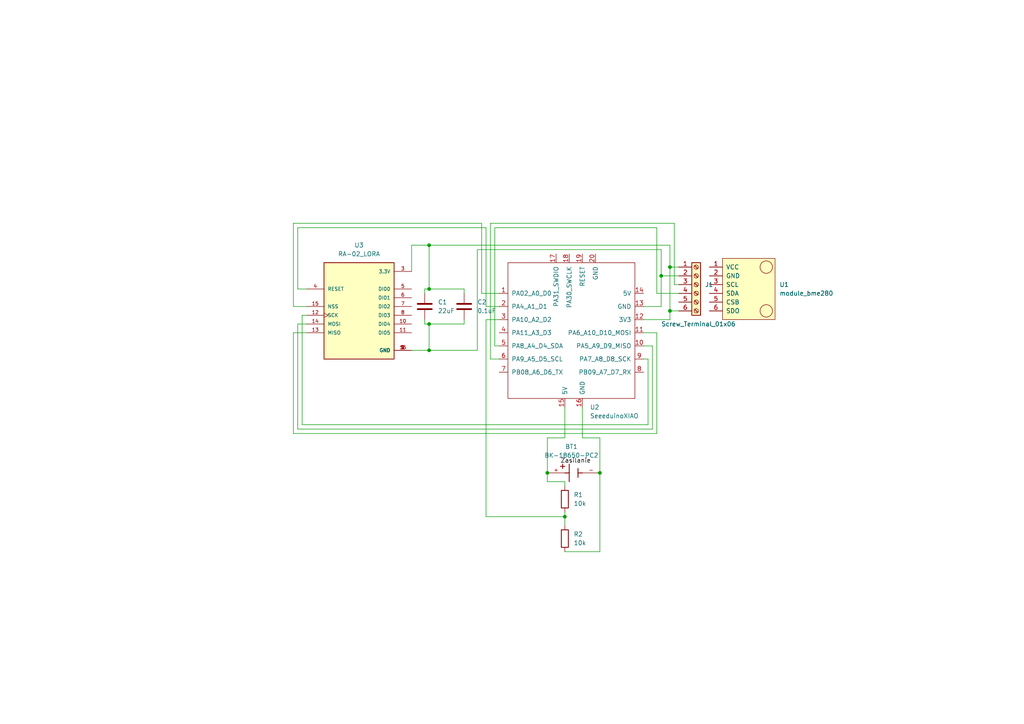
<source format=kicad_sch>
(kicad_sch (version 20230121) (generator eeschema)

  (uuid e5c2ed99-ec94-4e13-8a3f-11ab0b53aa42)

  (paper "A4")

  (lib_symbols
    (symbol "BK-18650-PC2:BK-18650-PC2" (pin_names (offset 1.016)) (in_bom yes) (on_board yes)
      (property "Reference" "BT" (at -3.81 3.81 0)
        (effects (font (size 1.27 1.27)) (justify left bottom))
      )
      (property "Value" "BK-18650-PC2" (at -3.81 -5.08 0)
        (effects (font (size 1.27 1.27)) (justify left bottom))
      )
      (property "Footprint" "BK-18650-PC2:BAT_BK-18650-PC2" (at 0 0 0)
        (effects (font (size 1.27 1.27)) (justify bottom) hide)
      )
      (property "Datasheet" "" (at 0 0 0)
        (effects (font (size 1.27 1.27)) hide)
      )
      (property "MF" "MPD (Memory Protection Devices)" (at 0 0 0)
        (effects (font (size 1.27 1.27)) (justify bottom) hide)
      )
      (property "MAXIMUM_PACKAGE_HEIGHT" "21.41 mm" (at 0 0 0)
        (effects (font (size 1.27 1.27)) (justify bottom) hide)
      )
      (property "Package" "None" (at 0 0 0)
        (effects (font (size 1.27 1.27)) (justify bottom) hide)
      )
      (property "Price" "None" (at 0 0 0)
        (effects (font (size 1.27 1.27)) (justify bottom) hide)
      )
      (property "Check_prices" "https://www.snapeda.com/parts/BK-18650-PC2/Memory+Protection+Devices/view-part/?ref=eda" (at 0 0 0)
        (effects (font (size 1.27 1.27)) (justify bottom) hide)
      )
      (property "STANDARD" "Manufacturer Recommendations" (at 0 0 0)
        (effects (font (size 1.27 1.27)) (justify bottom) hide)
      )
      (property "PARTREV" "F" (at 0 0 0)
        (effects (font (size 1.27 1.27)) (justify bottom) hide)
      )
      (property "SnapEDA_Link" "https://www.snapeda.com/parts/BK-18650-PC2/Memory+Protection+Devices/view-part/?ref=snap" (at 0 0 0)
        (effects (font (size 1.27 1.27)) (justify bottom) hide)
      )
      (property "MP" "BK-18650-PC2" (at 0 0 0)
        (effects (font (size 1.27 1.27)) (justify bottom) hide)
      )
      (property "Description" "\nBattery Holder (Open) 18650 1 Cell PC Pin\n" (at 0 0 0)
        (effects (font (size 1.27 1.27)) (justify bottom) hide)
      )
      (property "Availability" "In Stock" (at 0 0 0)
        (effects (font (size 1.27 1.27)) (justify bottom) hide)
      )
      (property "MANUFACTURER" "MPD" (at 0 0 0)
        (effects (font (size 1.27 1.27)) (justify bottom) hide)
      )
      (symbol "BK-18650-PC2_0_0"
        (polyline
          (pts
            (xy -3.81 1.905)
            (xy -2.54 1.905)
          )
          (stroke (width 0.254) (type default))
          (fill (type none))
        )
        (polyline
          (pts
            (xy -3.175 2.54)
            (xy -3.175 1.27)
          )
          (stroke (width 0.254) (type default))
          (fill (type none))
        )
        (polyline
          (pts
            (xy -1.27 0)
            (xy -2.54 0)
          )
          (stroke (width 0.254) (type default))
          (fill (type none))
        )
        (polyline
          (pts
            (xy -1.27 0)
            (xy -1.27 -2.54)
          )
          (stroke (width 0.254) (type default))
          (fill (type none))
        )
        (polyline
          (pts
            (xy -1.27 2.54)
            (xy -1.27 0)
          )
          (stroke (width 0.254) (type default))
          (fill (type none))
        )
        (polyline
          (pts
            (xy 1.27 0)
            (xy 1.27 -1.27)
          )
          (stroke (width 0.254) (type default))
          (fill (type none))
        )
        (polyline
          (pts
            (xy 1.27 0)
            (xy 2.54 0)
          )
          (stroke (width 0.254) (type default))
          (fill (type none))
        )
        (polyline
          (pts
            (xy 1.27 1.27)
            (xy 1.27 0)
          )
          (stroke (width 0.254) (type default))
          (fill (type none))
        )
        (pin passive line (at -7.62 0 0) (length 5.08)
          (name "~" (effects (font (size 1.016 1.016))))
          (number "+" (effects (font (size 1.016 1.016))))
        )
        (pin passive line (at 7.62 0 180) (length 5.08)
          (name "~" (effects (font (size 1.016 1.016))))
          (number "-" (effects (font (size 1.016 1.016))))
        )
      )
    )
    (symbol "Connector:Screw_Terminal_01x06" (pin_names (offset 1.016) hide) (in_bom yes) (on_board yes)
      (property "Reference" "J" (at 0 7.62 0)
        (effects (font (size 1.27 1.27)))
      )
      (property "Value" "Screw_Terminal_01x06" (at 0 -10.16 0)
        (effects (font (size 1.27 1.27)))
      )
      (property "Footprint" "" (at 0 0 0)
        (effects (font (size 1.27 1.27)) hide)
      )
      (property "Datasheet" "~" (at 0 0 0)
        (effects (font (size 1.27 1.27)) hide)
      )
      (property "ki_keywords" "screw terminal" (at 0 0 0)
        (effects (font (size 1.27 1.27)) hide)
      )
      (property "ki_description" "Generic screw terminal, single row, 01x06, script generated (kicad-library-utils/schlib/autogen/connector/)" (at 0 0 0)
        (effects (font (size 1.27 1.27)) hide)
      )
      (property "ki_fp_filters" "TerminalBlock*:*" (at 0 0 0)
        (effects (font (size 1.27 1.27)) hide)
      )
      (symbol "Screw_Terminal_01x06_1_1"
        (rectangle (start -1.27 6.35) (end 1.27 -8.89)
          (stroke (width 0.254) (type default))
          (fill (type background))
        )
        (circle (center 0 -7.62) (radius 0.635)
          (stroke (width 0.1524) (type default))
          (fill (type none))
        )
        (circle (center 0 -5.08) (radius 0.635)
          (stroke (width 0.1524) (type default))
          (fill (type none))
        )
        (circle (center 0 -2.54) (radius 0.635)
          (stroke (width 0.1524) (type default))
          (fill (type none))
        )
        (polyline
          (pts
            (xy -0.5334 -7.2898)
            (xy 0.3302 -8.128)
          )
          (stroke (width 0.1524) (type default))
          (fill (type none))
        )
        (polyline
          (pts
            (xy -0.5334 -4.7498)
            (xy 0.3302 -5.588)
          )
          (stroke (width 0.1524) (type default))
          (fill (type none))
        )
        (polyline
          (pts
            (xy -0.5334 -2.2098)
            (xy 0.3302 -3.048)
          )
          (stroke (width 0.1524) (type default))
          (fill (type none))
        )
        (polyline
          (pts
            (xy -0.5334 0.3302)
            (xy 0.3302 -0.508)
          )
          (stroke (width 0.1524) (type default))
          (fill (type none))
        )
        (polyline
          (pts
            (xy -0.5334 2.8702)
            (xy 0.3302 2.032)
          )
          (stroke (width 0.1524) (type default))
          (fill (type none))
        )
        (polyline
          (pts
            (xy -0.5334 5.4102)
            (xy 0.3302 4.572)
          )
          (stroke (width 0.1524) (type default))
          (fill (type none))
        )
        (polyline
          (pts
            (xy -0.3556 -7.112)
            (xy 0.508 -7.9502)
          )
          (stroke (width 0.1524) (type default))
          (fill (type none))
        )
        (polyline
          (pts
            (xy -0.3556 -4.572)
            (xy 0.508 -5.4102)
          )
          (stroke (width 0.1524) (type default))
          (fill (type none))
        )
        (polyline
          (pts
            (xy -0.3556 -2.032)
            (xy 0.508 -2.8702)
          )
          (stroke (width 0.1524) (type default))
          (fill (type none))
        )
        (polyline
          (pts
            (xy -0.3556 0.508)
            (xy 0.508 -0.3302)
          )
          (stroke (width 0.1524) (type default))
          (fill (type none))
        )
        (polyline
          (pts
            (xy -0.3556 3.048)
            (xy 0.508 2.2098)
          )
          (stroke (width 0.1524) (type default))
          (fill (type none))
        )
        (polyline
          (pts
            (xy -0.3556 5.588)
            (xy 0.508 4.7498)
          )
          (stroke (width 0.1524) (type default))
          (fill (type none))
        )
        (circle (center 0 0) (radius 0.635)
          (stroke (width 0.1524) (type default))
          (fill (type none))
        )
        (circle (center 0 2.54) (radius 0.635)
          (stroke (width 0.1524) (type default))
          (fill (type none))
        )
        (circle (center 0 5.08) (radius 0.635)
          (stroke (width 0.1524) (type default))
          (fill (type none))
        )
        (pin passive line (at -5.08 5.08 0) (length 3.81)
          (name "Pin_1" (effects (font (size 1.27 1.27))))
          (number "1" (effects (font (size 1.27 1.27))))
        )
        (pin passive line (at -5.08 2.54 0) (length 3.81)
          (name "Pin_2" (effects (font (size 1.27 1.27))))
          (number "2" (effects (font (size 1.27 1.27))))
        )
        (pin passive line (at -5.08 0 0) (length 3.81)
          (name "Pin_3" (effects (font (size 1.27 1.27))))
          (number "3" (effects (font (size 1.27 1.27))))
        )
        (pin passive line (at -5.08 -2.54 0) (length 3.81)
          (name "Pin_4" (effects (font (size 1.27 1.27))))
          (number "4" (effects (font (size 1.27 1.27))))
        )
        (pin passive line (at -5.08 -5.08 0) (length 3.81)
          (name "Pin_5" (effects (font (size 1.27 1.27))))
          (number "5" (effects (font (size 1.27 1.27))))
        )
        (pin passive line (at -5.08 -7.62 0) (length 3.81)
          (name "Pin_6" (effects (font (size 1.27 1.27))))
          (number "6" (effects (font (size 1.27 1.27))))
        )
      )
    )
    (symbol "Device:C" (pin_numbers hide) (pin_names (offset 0.254)) (in_bom yes) (on_board yes)
      (property "Reference" "C" (at 0.635 2.54 0)
        (effects (font (size 1.27 1.27)) (justify left))
      )
      (property "Value" "C" (at 0.635 -2.54 0)
        (effects (font (size 1.27 1.27)) (justify left))
      )
      (property "Footprint" "" (at 0.9652 -3.81 0)
        (effects (font (size 1.27 1.27)) hide)
      )
      (property "Datasheet" "~" (at 0 0 0)
        (effects (font (size 1.27 1.27)) hide)
      )
      (property "ki_keywords" "cap capacitor" (at 0 0 0)
        (effects (font (size 1.27 1.27)) hide)
      )
      (property "ki_description" "Unpolarized capacitor" (at 0 0 0)
        (effects (font (size 1.27 1.27)) hide)
      )
      (property "ki_fp_filters" "C_*" (at 0 0 0)
        (effects (font (size 1.27 1.27)) hide)
      )
      (symbol "C_0_1"
        (polyline
          (pts
            (xy -2.032 -0.762)
            (xy 2.032 -0.762)
          )
          (stroke (width 0.508) (type default))
          (fill (type none))
        )
        (polyline
          (pts
            (xy -2.032 0.762)
            (xy 2.032 0.762)
          )
          (stroke (width 0.508) (type default))
          (fill (type none))
        )
      )
      (symbol "C_1_1"
        (pin passive line (at 0 3.81 270) (length 2.794)
          (name "~" (effects (font (size 1.27 1.27))))
          (number "1" (effects (font (size 1.27 1.27))))
        )
        (pin passive line (at 0 -3.81 90) (length 2.794)
          (name "~" (effects (font (size 1.27 1.27))))
          (number "2" (effects (font (size 1.27 1.27))))
        )
      )
    )
    (symbol "Device:R" (pin_numbers hide) (pin_names (offset 0)) (in_bom yes) (on_board yes)
      (property "Reference" "R" (at 2.032 0 90)
        (effects (font (size 1.27 1.27)))
      )
      (property "Value" "R" (at 0 0 90)
        (effects (font (size 1.27 1.27)))
      )
      (property "Footprint" "" (at -1.778 0 90)
        (effects (font (size 1.27 1.27)) hide)
      )
      (property "Datasheet" "~" (at 0 0 0)
        (effects (font (size 1.27 1.27)) hide)
      )
      (property "ki_keywords" "R res resistor" (at 0 0 0)
        (effects (font (size 1.27 1.27)) hide)
      )
      (property "ki_description" "Resistor" (at 0 0 0)
        (effects (font (size 1.27 1.27)) hide)
      )
      (property "ki_fp_filters" "R_*" (at 0 0 0)
        (effects (font (size 1.27 1.27)) hide)
      )
      (symbol "R_0_1"
        (rectangle (start -1.016 -2.54) (end 1.016 2.54)
          (stroke (width 0.254) (type default))
          (fill (type none))
        )
      )
      (symbol "R_1_1"
        (pin passive line (at 0 3.81 270) (length 1.27)
          (name "~" (effects (font (size 1.27 1.27))))
          (number "1" (effects (font (size 1.27 1.27))))
        )
        (pin passive line (at 0 -3.81 90) (length 1.27)
          (name "~" (effects (font (size 1.27 1.27))))
          (number "2" (effects (font (size 1.27 1.27))))
        )
      )
    )
    (symbol "RA-02_LORA:RA-02_LORA" (pin_names (offset 1.016)) (in_bom yes) (on_board yes)
      (property "Reference" "U" (at -10.16 16.51 0)
        (effects (font (size 1.27 1.27)) (justify left bottom))
      )
      (property "Value" "RA-02_LORA" (at -10.16 -13.97 0)
        (effects (font (size 1.27 1.27)) (justify left top))
      )
      (property "Footprint" "RA-02_LORA:MODULE_RA-02_LORA" (at 0 0 0)
        (effects (font (size 1.27 1.27)) (justify bottom) hide)
      )
      (property "Datasheet" "" (at 0 0 0)
        (effects (font (size 1.27 1.27)) hide)
      )
      (property "MF" "AI-Thinker" (at 0 0 0)
        (effects (font (size 1.27 1.27)) (justify bottom) hide)
      )
      (property "MAXIMUM_PACKAGE_HEIGHT" "3.3mm" (at 0 0 0)
        (effects (font (size 1.27 1.27)) (justify bottom) hide)
      )
      (property "Package" "None" (at 0 0 0)
        (effects (font (size 1.27 1.27)) (justify bottom) hide)
      )
      (property "Price" "None" (at 0 0 0)
        (effects (font (size 1.27 1.27)) (justify bottom) hide)
      )
      (property "Check_prices" "https://www.snapeda.com/parts/Ra-02%20LoRa/AI-Thinker/view-part/?ref=eda" (at 0 0 0)
        (effects (font (size 1.27 1.27)) (justify bottom) hide)
      )
      (property "STANDARD" "Manufacturer Recommendations" (at 0 0 0)
        (effects (font (size 1.27 1.27)) (justify bottom) hide)
      )
      (property "PARTREV" "2018/03/02" (at 0 0 0)
        (effects (font (size 1.27 1.27)) (justify bottom) hide)
      )
      (property "SnapEDA_Link" "https://www.snapeda.com/parts/Ra-02%20LoRa/AI-Thinker/view-part/?ref=snap" (at 0 0 0)
        (effects (font (size 1.27 1.27)) (justify bottom) hide)
      )
      (property "MP" "Ra-02 LoRa" (at 0 0 0)
        (effects (font (size 1.27 1.27)) (justify bottom) hide)
      )
      (property "Description" "\nRa-02 LoRa RF M5Stack Platform Evaluation Expansion Board\n" (at 0 0 0)
        (effects (font (size 1.27 1.27)) (justify bottom) hide)
      )
      (property "Availability" "Not in stock" (at 0 0 0)
        (effects (font (size 1.27 1.27)) (justify bottom) hide)
      )
      (property "MANUFACTURER" "Ai-Thinker" (at 0 0 0)
        (effects (font (size 1.27 1.27)) (justify bottom) hide)
      )
      (symbol "RA-02_LORA_0_0"
        (rectangle (start -10.16 -12.7) (end 10.16 15.24)
          (stroke (width 0.254) (type default))
          (fill (type background))
        )
        (pin power_in line (at 15.24 -10.16 180) (length 5.08)
          (name "GND" (effects (font (size 1.016 1.016))))
          (number "1" (effects (font (size 1.016 1.016))))
        )
        (pin bidirectional line (at 15.24 -2.54 180) (length 5.08)
          (name "DI04" (effects (font (size 1.016 1.016))))
          (number "10" (effects (font (size 1.016 1.016))))
        )
        (pin bidirectional line (at 15.24 -5.08 180) (length 5.08)
          (name "DI05" (effects (font (size 1.016 1.016))))
          (number "11" (effects (font (size 1.016 1.016))))
        )
        (pin input clock (at -15.24 0 0) (length 5.08)
          (name "SCK" (effects (font (size 1.016 1.016))))
          (number "12" (effects (font (size 1.016 1.016))))
        )
        (pin output line (at -15.24 -5.08 0) (length 5.08)
          (name "MISO" (effects (font (size 1.016 1.016))))
          (number "13" (effects (font (size 1.016 1.016))))
        )
        (pin input line (at -15.24 -2.54 0) (length 5.08)
          (name "MOSI" (effects (font (size 1.016 1.016))))
          (number "14" (effects (font (size 1.016 1.016))))
        )
        (pin input line (at -15.24 2.54 0) (length 5.08)
          (name "NSS" (effects (font (size 1.016 1.016))))
          (number "15" (effects (font (size 1.016 1.016))))
        )
        (pin power_in line (at 15.24 -10.16 180) (length 5.08)
          (name "GND" (effects (font (size 1.016 1.016))))
          (number "16" (effects (font (size 1.016 1.016))))
        )
        (pin power_in line (at 15.24 -10.16 180) (length 5.08)
          (name "GND" (effects (font (size 1.016 1.016))))
          (number "2" (effects (font (size 1.016 1.016))))
        )
        (pin power_in line (at 15.24 12.7 180) (length 5.08)
          (name "3.3V" (effects (font (size 1.016 1.016))))
          (number "3" (effects (font (size 1.016 1.016))))
        )
        (pin input line (at -15.24 7.62 0) (length 5.08)
          (name "RESET" (effects (font (size 1.016 1.016))))
          (number "4" (effects (font (size 1.016 1.016))))
        )
        (pin bidirectional line (at 15.24 7.62 180) (length 5.08)
          (name "DI00" (effects (font (size 1.016 1.016))))
          (number "5" (effects (font (size 1.016 1.016))))
        )
        (pin bidirectional line (at 15.24 5.08 180) (length 5.08)
          (name "DI01" (effects (font (size 1.016 1.016))))
          (number "6" (effects (font (size 1.016 1.016))))
        )
        (pin bidirectional line (at 15.24 2.54 180) (length 5.08)
          (name "DI02" (effects (font (size 1.016 1.016))))
          (number "7" (effects (font (size 1.016 1.016))))
        )
        (pin bidirectional line (at 15.24 0 180) (length 5.08)
          (name "DI03" (effects (font (size 1.016 1.016))))
          (number "8" (effects (font (size 1.016 1.016))))
        )
        (pin power_in line (at 15.24 -10.16 180) (length 5.08)
          (name "GND" (effects (font (size 1.016 1.016))))
          (number "9" (effects (font (size 1.016 1.016))))
        )
      )
    )
    (symbol "Seeeduino XIAO:SeeeduinoXIAO" (pin_names (offset 1.016)) (in_bom yes) (on_board yes)
      (property "Reference" "U" (at -19.05 22.86 0)
        (effects (font (size 1.27 1.27)))
      )
      (property "Value" "SeeeduinoXIAO" (at -12.7 21.59 0)
        (effects (font (size 1.27 1.27)))
      )
      (property "Footprint" "" (at -8.89 5.08 0)
        (effects (font (size 1.27 1.27)) hide)
      )
      (property "Datasheet" "" (at -8.89 5.08 0)
        (effects (font (size 1.27 1.27)) hide)
      )
      (symbol "SeeeduinoXIAO_0_1"
        (rectangle (start -19.05 20.32) (end 17.78 -19.05)
          (stroke (width 0) (type solid))
          (fill (type none))
        )
      )
      (symbol "SeeeduinoXIAO_1_1"
        (pin unspecified line (at -21.59 11.43 0) (length 2.54)
          (name "PA02_A0_D0" (effects (font (size 1.27 1.27))))
          (number "1" (effects (font (size 1.27 1.27))))
        )
        (pin unspecified line (at 20.32 -3.81 180) (length 2.54)
          (name "PA5_A9_D9_MISO" (effects (font (size 1.27 1.27))))
          (number "10" (effects (font (size 1.27 1.27))))
        )
        (pin unspecified line (at 20.32 0 180) (length 2.54)
          (name "PA6_A10_D10_MOSI" (effects (font (size 1.27 1.27))))
          (number "11" (effects (font (size 1.27 1.27))))
        )
        (pin unspecified line (at 20.32 3.81 180) (length 2.54)
          (name "3V3" (effects (font (size 1.27 1.27))))
          (number "12" (effects (font (size 1.27 1.27))))
        )
        (pin unspecified line (at 20.32 7.62 180) (length 2.54)
          (name "GND" (effects (font (size 1.27 1.27))))
          (number "13" (effects (font (size 1.27 1.27))))
        )
        (pin unspecified line (at 20.32 11.43 180) (length 2.54)
          (name "5V" (effects (font (size 1.27 1.27))))
          (number "14" (effects (font (size 1.27 1.27))))
        )
        (pin input line (at -2.54 -21.59 90) (length 2.54)
          (name "5V" (effects (font (size 1.27 1.27))))
          (number "15" (effects (font (size 1.27 1.27))))
        )
        (pin input line (at 2.54 -21.59 90) (length 2.54)
          (name "GND" (effects (font (size 1.27 1.27))))
          (number "16" (effects (font (size 1.27 1.27))))
        )
        (pin input line (at -5.08 22.86 270) (length 2.54)
          (name "PA31_SWDIO" (effects (font (size 1.27 1.27))))
          (number "17" (effects (font (size 1.27 1.27))))
        )
        (pin input line (at -1.27 22.86 270) (length 2.54)
          (name "PA30_SWCLK" (effects (font (size 1.27 1.27))))
          (number "18" (effects (font (size 1.27 1.27))))
        )
        (pin input line (at 2.54 22.86 270) (length 2.54)
          (name "RESET" (effects (font (size 1.27 1.27))))
          (number "19" (effects (font (size 1.27 1.27))))
        )
        (pin unspecified line (at -21.59 7.62 0) (length 2.54)
          (name "PA4_A1_D1" (effects (font (size 1.27 1.27))))
          (number "2" (effects (font (size 1.27 1.27))))
        )
        (pin input line (at 6.35 22.86 270) (length 2.54)
          (name "GND" (effects (font (size 1.27 1.27))))
          (number "20" (effects (font (size 1.27 1.27))))
        )
        (pin unspecified line (at -21.59 3.81 0) (length 2.54)
          (name "PA10_A2_D2" (effects (font (size 1.27 1.27))))
          (number "3" (effects (font (size 1.27 1.27))))
        )
        (pin unspecified line (at -21.59 0 0) (length 2.54)
          (name "PA11_A3_D3" (effects (font (size 1.27 1.27))))
          (number "4" (effects (font (size 1.27 1.27))))
        )
        (pin unspecified line (at -21.59 -3.81 0) (length 2.54)
          (name "PA8_A4_D4_SDA" (effects (font (size 1.27 1.27))))
          (number "5" (effects (font (size 1.27 1.27))))
        )
        (pin unspecified line (at -21.59 -7.62 0) (length 2.54)
          (name "PA9_A5_D5_SCL" (effects (font (size 1.27 1.27))))
          (number "6" (effects (font (size 1.27 1.27))))
        )
        (pin unspecified line (at -21.59 -11.43 0) (length 2.54)
          (name "PB08_A6_D6_TX" (effects (font (size 1.27 1.27))))
          (number "7" (effects (font (size 1.27 1.27))))
        )
        (pin unspecified line (at 20.32 -11.43 180) (length 2.54)
          (name "PB09_A7_D7_RX" (effects (font (size 1.27 1.27))))
          (number "8" (effects (font (size 1.27 1.27))))
        )
        (pin unspecified line (at 20.32 -7.62 180) (length 2.54)
          (name "PA7_A8_D8_SCK" (effects (font (size 1.27 1.27))))
          (number "9" (effects (font (size 1.27 1.27))))
        )
      )
    )
    (symbol "usini_sensors:module_bme280" (pin_names (offset 1.016)) (in_bom yes) (on_board yes)
      (property "Reference" "U" (at 3.81 11.43 0)
        (effects (font (size 1.27 1.27)))
      )
      (property "Value" "module_bme280" (at 11.43 -8.89 0)
        (effects (font (size 1.27 1.27)))
      )
      (property "Footprint" "usini_sensors:module_bme280" (at 12.7 -11.43 0)
        (effects (font (size 1.27 1.27)) hide)
      )
      (property "Datasheet" "" (at 0 0 0)
        (effects (font (size 1.27 1.27)) hide)
      )
      (symbol "module_bme280_0_1"
        (rectangle (start 3.81 -7.62) (end 19.05 10.16)
          (stroke (width 0) (type default))
          (fill (type background))
        )
        (circle (center 16.51 -5.08) (radius 1.8034)
          (stroke (width 0) (type default))
          (fill (type none))
        )
        (circle (center 16.51 7.62) (radius 1.8034)
          (stroke (width 0) (type default))
          (fill (type none))
        )
      )
      (symbol "module_bme280_1_1"
        (pin passive line (at 0 7.62 0) (length 3.81)
          (name "VCC" (effects (font (size 1.27 1.27))))
          (number "1" (effects (font (size 1.27 1.27))))
        )
        (pin passive line (at 0 5.08 0) (length 3.81)
          (name "GND" (effects (font (size 1.27 1.27))))
          (number "2" (effects (font (size 1.27 1.27))))
        )
        (pin passive line (at 0 2.54 0) (length 3.81)
          (name "SCL" (effects (font (size 1.27 1.27))))
          (number "3" (effects (font (size 1.27 1.27))))
        )
        (pin passive line (at 0 0 0) (length 3.81)
          (name "SDA" (effects (font (size 1.27 1.27))))
          (number "4" (effects (font (size 1.27 1.27))))
        )
        (pin passive line (at 0 -2.54 0) (length 3.81)
          (name "CSB" (effects (font (size 1.27 1.27))))
          (number "5" (effects (font (size 1.27 1.27))))
        )
        (pin passive line (at 0 -5.08 0) (length 3.81)
          (name "SDO" (effects (font (size 1.27 1.27))))
          (number "6" (effects (font (size 1.27 1.27))))
        )
      )
    )
  )

  (junction (at 124.46 93.98) (diameter 0) (color 0 0 0 0)
    (uuid 0bf0c546-cdf5-4111-ae6a-a6931509956c)
  )
  (junction (at 158.75 137.16) (diameter 0) (color 0 0 0 0)
    (uuid 2373d12d-8bda-4858-81b3-6fc9ec97cf08)
  )
  (junction (at 173.99 137.16) (diameter 0) (color 0 0 0 0)
    (uuid 2b300fce-74f6-4272-a735-340661d5391b)
  )
  (junction (at 163.83 149.86) (diameter 0) (color 0 0 0 0)
    (uuid 478b43ed-4da3-4805-afda-c8f01c9dc54e)
  )
  (junction (at 194.31 77.47) (diameter 0) (color 0 0 0 0)
    (uuid 80ebc382-7233-4c22-bb52-d78e62714ad8)
  )
  (junction (at 124.46 83.82) (diameter 0) (color 0 0 0 0)
    (uuid 9f70bd5d-1788-4ed8-b666-5783b4115d69)
  )
  (junction (at 191.77 80.01) (diameter 0) (color 0 0 0 0)
    (uuid b4976682-57b3-4d37-a6cd-97d17fe03537)
  )
  (junction (at 124.46 71.12) (diameter 0) (color 0 0 0 0)
    (uuid c97da1c3-2a5a-40dd-9bea-150746eab74c)
  )
  (junction (at 194.31 90.17) (diameter 0) (color 0 0 0 0)
    (uuid d32d13de-7784-4064-b09d-d5e7aafc03ca)
  )
  (junction (at 124.46 101.6) (diameter 0) (color 0 0 0 0)
    (uuid fd146fd6-a44b-407e-9e0d-4e02e28424b6)
  )

  (wire (pts (xy 196.85 80.01) (xy 191.77 80.01))
    (stroke (width 0) (type default))
    (uuid 03804912-0a10-4794-9de4-c75a3e6a4ec5)
  )
  (wire (pts (xy 85.09 88.9) (xy 88.9 88.9))
    (stroke (width 0) (type default))
    (uuid 0575524f-5e56-4aaf-95c1-904c2ed955a0)
  )
  (wire (pts (xy 119.38 101.6) (xy 124.46 101.6))
    (stroke (width 0) (type default))
    (uuid 07e00a2e-0658-45d9-949c-a9b6a93147ec)
  )
  (wire (pts (xy 190.5 96.52) (xy 190.5 125.73))
    (stroke (width 0) (type default))
    (uuid 08804cf3-2fd2-446f-a26c-af1e3986e9c3)
  )
  (wire (pts (xy 194.31 77.47) (xy 194.31 90.17))
    (stroke (width 0) (type default))
    (uuid 11a50724-76fa-46ae-91da-a0560e8edf06)
  )
  (wire (pts (xy 138.43 72.39) (xy 191.77 72.39))
    (stroke (width 0) (type default))
    (uuid 11ada959-aedc-4ba7-9105-4ca604b1e80d)
  )
  (wire (pts (xy 85.09 64.77) (xy 85.09 88.9))
    (stroke (width 0) (type default))
    (uuid 12f61102-9f54-4403-b42a-8571e3a3b75c)
  )
  (wire (pts (xy 140.97 92.71) (xy 144.78 92.71))
    (stroke (width 0) (type default))
    (uuid 132a2236-0fed-4d6d-b349-80517b33c67f)
  )
  (wire (pts (xy 123.19 92.71) (xy 123.19 93.98))
    (stroke (width 0) (type default))
    (uuid 158cf718-eded-40f5-bb8b-8c8d53b19497)
  )
  (wire (pts (xy 123.19 83.82) (xy 124.46 83.82))
    (stroke (width 0) (type default))
    (uuid 1b2f7a9b-72c6-4bb2-b2f2-1659c7a8d83d)
  )
  (wire (pts (xy 190.5 85.09) (xy 190.5 66.04))
    (stroke (width 0) (type default))
    (uuid 20f8bfb8-069d-4b21-8ff4-d820d1ca0097)
  )
  (wire (pts (xy 119.38 78.74) (xy 119.38 71.12))
    (stroke (width 0) (type default))
    (uuid 282e9594-5163-426f-be58-c1545d10344c)
  )
  (wire (pts (xy 187.96 104.14) (xy 187.96 123.19))
    (stroke (width 0) (type default))
    (uuid 298e0c2c-4e93-48f0-af0a-1b171840e547)
  )
  (wire (pts (xy 87.63 91.44) (xy 88.9 91.44))
    (stroke (width 0) (type default))
    (uuid 2b09ef1a-b792-4926-8811-85988f61835b)
  )
  (wire (pts (xy 134.62 92.71) (xy 134.62 93.98))
    (stroke (width 0) (type default))
    (uuid 2f6d6d53-c180-43af-9d17-7a03804d7331)
  )
  (wire (pts (xy 163.83 118.11) (xy 163.83 127))
    (stroke (width 0) (type default))
    (uuid 37851d58-297f-4ee7-b071-3e14a474550f)
  )
  (wire (pts (xy 87.63 123.19) (xy 87.63 91.44))
    (stroke (width 0) (type default))
    (uuid 3b0a7ddb-b949-4a7b-97f2-ddd9b22c3951)
  )
  (wire (pts (xy 124.46 71.12) (xy 124.46 83.82))
    (stroke (width 0) (type default))
    (uuid 3b2d6479-209d-4590-876f-56ff34990464)
  )
  (wire (pts (xy 86.36 83.82) (xy 88.9 83.82))
    (stroke (width 0) (type default))
    (uuid 3b543933-70b1-452f-950b-97e2e6302dff)
  )
  (wire (pts (xy 85.09 125.73) (xy 85.09 96.52))
    (stroke (width 0) (type default))
    (uuid 3ce616a9-bdad-4365-a4d6-ff2b1e6e7d98)
  )
  (wire (pts (xy 196.85 85.09) (xy 190.5 85.09))
    (stroke (width 0) (type default))
    (uuid 3e68023b-b4f6-4286-8620-6c8162fa8df1)
  )
  (wire (pts (xy 186.69 104.14) (xy 187.96 104.14))
    (stroke (width 0) (type default))
    (uuid 419545bc-30ff-4c7d-86fa-d23d12c146c4)
  )
  (wire (pts (xy 186.69 96.52) (xy 190.5 96.52))
    (stroke (width 0) (type default))
    (uuid 429b0e4d-9552-43eb-b169-fee7642b0f17)
  )
  (wire (pts (xy 140.97 149.86) (xy 140.97 92.71))
    (stroke (width 0) (type default))
    (uuid 451c8559-6793-4f68-ad8c-d7d714028798)
  )
  (wire (pts (xy 124.46 93.98) (xy 134.62 93.98))
    (stroke (width 0) (type default))
    (uuid 47ec48f5-bc75-4423-8331-bd37941a0def)
  )
  (wire (pts (xy 158.75 139.7) (xy 163.83 139.7))
    (stroke (width 0) (type default))
    (uuid 49c37f81-2dc7-43c2-9eb7-c3b75dfa095b)
  )
  (wire (pts (xy 163.83 160.02) (xy 173.99 160.02))
    (stroke (width 0) (type default))
    (uuid 4d97eb11-0989-4b42-8b4e-9276bc6d6e66)
  )
  (wire (pts (xy 195.58 82.55) (xy 196.85 82.55))
    (stroke (width 0) (type default))
    (uuid 4e2c0d6f-8954-4791-9a8d-aeb3a1c19d83)
  )
  (wire (pts (xy 163.83 149.86) (xy 163.83 152.4))
    (stroke (width 0) (type default))
    (uuid 50097411-f67a-4ac1-be83-cc34db3bf1eb)
  )
  (wire (pts (xy 143.51 66.04) (xy 143.51 100.33))
    (stroke (width 0) (type default))
    (uuid 5041a41c-4ada-414c-aab4-76e4c8463f8a)
  )
  (wire (pts (xy 194.31 71.12) (xy 194.31 77.47))
    (stroke (width 0) (type default))
    (uuid 52c9e7b7-57c0-4087-9c83-40639bbb717d)
  )
  (wire (pts (xy 143.51 100.33) (xy 144.78 100.33))
    (stroke (width 0) (type default))
    (uuid 64aa9236-9fee-43fc-ba46-2361d9eb289d)
  )
  (wire (pts (xy 86.36 66.04) (xy 140.97 66.04))
    (stroke (width 0) (type default))
    (uuid 64cff67d-7ad7-4818-a79e-62dcc7a6583b)
  )
  (wire (pts (xy 168.91 118.11) (xy 168.91 127))
    (stroke (width 0) (type default))
    (uuid 68ac219d-e586-4872-9893-d7f9b769c26b)
  )
  (wire (pts (xy 173.99 127) (xy 173.99 137.16))
    (stroke (width 0) (type default))
    (uuid 6dc8610b-8107-4409-9626-b44f26fbc8ba)
  )
  (wire (pts (xy 158.75 137.16) (xy 158.75 139.7))
    (stroke (width 0) (type default))
    (uuid 74795aa4-dea9-4b40-8c6d-0f96fd87fb66)
  )
  (wire (pts (xy 186.69 100.33) (xy 189.23 100.33))
    (stroke (width 0) (type default))
    (uuid 761bc3b8-4389-417f-9b1a-38f4ffdc08da)
  )
  (wire (pts (xy 163.83 127) (xy 158.75 127))
    (stroke (width 0) (type default))
    (uuid 76670b05-39c0-4c67-93ca-53512adf65e5)
  )
  (wire (pts (xy 140.97 66.04) (xy 140.97 88.9))
    (stroke (width 0) (type default))
    (uuid 7cfc6874-e6eb-4cd1-9578-44cf6cc87b1e)
  )
  (wire (pts (xy 190.5 125.73) (xy 85.09 125.73))
    (stroke (width 0) (type default))
    (uuid 7d0fbefb-f0cb-4daf-9efa-8a1621fbb4bb)
  )
  (wire (pts (xy 173.99 137.16) (xy 173.99 160.02))
    (stroke (width 0) (type default))
    (uuid 80e2bee8-8d5d-407f-b5b0-9bf254c79dc8)
  )
  (wire (pts (xy 86.36 93.98) (xy 88.9 93.98))
    (stroke (width 0) (type default))
    (uuid 823aaac5-6773-4f3b-b523-2b966783e79f)
  )
  (wire (pts (xy 163.83 149.86) (xy 140.97 149.86))
    (stroke (width 0) (type default))
    (uuid 877573ad-8952-49aa-be21-40c41a303a32)
  )
  (wire (pts (xy 189.23 100.33) (xy 189.23 124.46))
    (stroke (width 0) (type default))
    (uuid 8b9fab32-0f44-4503-b84b-66103d464518)
  )
  (wire (pts (xy 163.83 148.59) (xy 163.83 149.86))
    (stroke (width 0) (type default))
    (uuid 90a6c144-47fd-445f-95e8-0c812c5adaf5)
  )
  (wire (pts (xy 195.58 64.77) (xy 142.24 64.77))
    (stroke (width 0) (type default))
    (uuid 91869f9c-6cbc-4b06-9b31-d3bf3de62da6)
  )
  (wire (pts (xy 123.19 93.98) (xy 124.46 93.98))
    (stroke (width 0) (type default))
    (uuid 936cf6a0-a765-42de-b8a7-1f510b64d1e2)
  )
  (wire (pts (xy 140.97 88.9) (xy 144.78 88.9))
    (stroke (width 0) (type default))
    (uuid 968569bc-5465-439d-85b3-94e84f822017)
  )
  (wire (pts (xy 194.31 77.47) (xy 196.85 77.47))
    (stroke (width 0) (type default))
    (uuid 96bd1fc8-ba98-4932-b293-a2da7b60c916)
  )
  (wire (pts (xy 119.38 71.12) (xy 124.46 71.12))
    (stroke (width 0) (type default))
    (uuid a031af69-6c67-424c-9c37-caea72e45be5)
  )
  (wire (pts (xy 134.62 83.82) (xy 134.62 85.09))
    (stroke (width 0) (type default))
    (uuid a079658a-0225-42fd-a8d8-d626d1d181f2)
  )
  (wire (pts (xy 123.19 85.09) (xy 123.19 83.82))
    (stroke (width 0) (type default))
    (uuid a1172299-2827-4fa0-b8a0-917b06ebba6b)
  )
  (wire (pts (xy 189.23 124.46) (xy 86.36 124.46))
    (stroke (width 0) (type default))
    (uuid a224ced2-ab2c-41a8-98ff-16f447a9c94c)
  )
  (wire (pts (xy 194.31 90.17) (xy 194.31 92.71))
    (stroke (width 0) (type default))
    (uuid a2328508-6645-4fe8-bf72-5093ec72bc20)
  )
  (wire (pts (xy 191.77 88.9) (xy 186.69 88.9))
    (stroke (width 0) (type default))
    (uuid a23a3700-0aa4-4544-81ec-1dc8dff1d9c7)
  )
  (wire (pts (xy 194.31 90.17) (xy 196.85 90.17))
    (stroke (width 0) (type default))
    (uuid a408d9aa-19d5-47e7-bf5a-447e7542d4a0)
  )
  (wire (pts (xy 163.83 139.7) (xy 163.83 140.97))
    (stroke (width 0) (type default))
    (uuid a56be5d1-0079-4919-963a-3921382885b9)
  )
  (wire (pts (xy 139.7 64.77) (xy 85.09 64.77))
    (stroke (width 0) (type default))
    (uuid a58727b5-6a00-47db-a7c2-315d25a9bbc1)
  )
  (wire (pts (xy 194.31 92.71) (xy 186.69 92.71))
    (stroke (width 0) (type default))
    (uuid a82c5c6f-c254-4af8-a2ac-711ffef1358d)
  )
  (wire (pts (xy 86.36 83.82) (xy 86.36 66.04))
    (stroke (width 0) (type default))
    (uuid ab4812b7-0a40-47a9-9541-b1168a008079)
  )
  (wire (pts (xy 168.91 127) (xy 173.99 127))
    (stroke (width 0) (type default))
    (uuid aebccc34-86a0-4bc0-bb5e-3b47894b2078)
  )
  (wire (pts (xy 191.77 72.39) (xy 191.77 80.01))
    (stroke (width 0) (type default))
    (uuid b4527f2c-04fb-41dd-a939-b3363e8aa2fa)
  )
  (wire (pts (xy 124.46 101.6) (xy 138.43 101.6))
    (stroke (width 0) (type default))
    (uuid b527357a-e814-45e7-a864-67c2d7686112)
  )
  (wire (pts (xy 85.09 96.52) (xy 88.9 96.52))
    (stroke (width 0) (type default))
    (uuid c17c783a-078c-4b88-a281-4dfd8e4506e5)
  )
  (wire (pts (xy 124.46 71.12) (xy 194.31 71.12))
    (stroke (width 0) (type default))
    (uuid c59b650f-866d-4673-bbf2-69d094f2b793)
  )
  (wire (pts (xy 142.24 64.77) (xy 142.24 104.14))
    (stroke (width 0) (type default))
    (uuid c9fc12cd-67ee-47fe-8830-bb767f2de30a)
  )
  (wire (pts (xy 138.43 101.6) (xy 138.43 72.39))
    (stroke (width 0) (type default))
    (uuid cb04189c-94f5-4783-9fc6-9d56ba4b6d18)
  )
  (wire (pts (xy 158.75 127) (xy 158.75 137.16))
    (stroke (width 0) (type default))
    (uuid d0fcf64c-4a01-4e01-97d1-1965fa1b4bb0)
  )
  (wire (pts (xy 142.24 104.14) (xy 144.78 104.14))
    (stroke (width 0) (type default))
    (uuid d5bb595b-8c3b-4e8a-ac76-a2ef036fbed3)
  )
  (wire (pts (xy 139.7 85.09) (xy 139.7 64.77))
    (stroke (width 0) (type default))
    (uuid d5cc911c-ca5f-4ed4-829a-cc19fa2bf71d)
  )
  (wire (pts (xy 124.46 93.98) (xy 124.46 101.6))
    (stroke (width 0) (type default))
    (uuid db82e19d-dc59-492c-987c-1bdbd0011866)
  )
  (wire (pts (xy 144.78 85.09) (xy 139.7 85.09))
    (stroke (width 0) (type default))
    (uuid ecc4aacc-2a90-4497-b3d4-50ca268e23f8)
  )
  (wire (pts (xy 187.96 123.19) (xy 87.63 123.19))
    (stroke (width 0) (type default))
    (uuid ed7a60f4-83e8-44aa-973e-d77d3bc30394)
  )
  (wire (pts (xy 86.36 124.46) (xy 86.36 93.98))
    (stroke (width 0) (type default))
    (uuid ee1bff84-4604-46eb-b3ec-411ef0c8d1bf)
  )
  (wire (pts (xy 191.77 80.01) (xy 191.77 88.9))
    (stroke (width 0) (type default))
    (uuid ef3c4431-a9a5-4502-b1da-ecc76b5a815d)
  )
  (wire (pts (xy 190.5 66.04) (xy 143.51 66.04))
    (stroke (width 0) (type default))
    (uuid f5d4b24f-fe0d-45f5-9de4-14928adee9b7)
  )
  (wire (pts (xy 195.58 64.77) (xy 195.58 82.55))
    (stroke (width 0) (type default))
    (uuid f8e52276-6c5c-4336-8e52-a73f271e0f38)
  )
  (wire (pts (xy 124.46 83.82) (xy 134.62 83.82))
    (stroke (width 0) (type default))
    (uuid fa9ff7bb-6427-48b6-966f-3c180e9fce6b)
  )

  (label "Zasilanie" (at 162.56 134.62 0) (fields_autoplaced)
    (effects (font (size 1.27 1.27)) (justify left bottom))
    (uuid 5b909ca6-a601-4431-911f-ef7a31ed4196)
  )

  (symbol (lib_id "Device:C") (at 134.62 88.9 0) (unit 1)
    (in_bom yes) (on_board yes) (dnp no) (fields_autoplaced)
    (uuid 1032783a-7b5d-408d-a5c6-6e1a29d1f160)
    (property "Reference" "C2" (at 138.43 87.63 0)
      (effects (font (size 1.27 1.27)) (justify left))
    )
    (property "Value" "0.1uF" (at 138.43 90.17 0)
      (effects (font (size 1.27 1.27)) (justify left))
    )
    (property "Footprint" "Capacitor_SMD:C_0603_1608Metric" (at 135.5852 92.71 0)
      (effects (font (size 1.27 1.27)) hide)
    )
    (property "Datasheet" "~" (at 134.62 88.9 0)
      (effects (font (size 1.27 1.27)) hide)
    )
    (pin "1" (uuid e40a8854-88cd-4188-93f4-27314110e31c))
    (pin "2" (uuid 01337c6e-a7b8-488a-8110-c2fdf1df4725))
    (instances
      (project "esp32c3"
        (path "/e5c2ed99-ec94-4e13-8a3f-11ab0b53aa42"
          (reference "C2") (unit 1)
        )
      )
      (project "BeaglebonePCBmałyC"
        (path "/e63e39d7-6ac0-4ffd-8aa3-1841a4541b55"
          (reference "C2") (unit 1)
        )
      )
    )
  )

  (symbol (lib_id "Device:C") (at 123.19 88.9 0) (unit 1)
    (in_bom yes) (on_board yes) (dnp no) (fields_autoplaced)
    (uuid 24b1934e-c78a-4553-b5de-cc6b7bbd46d1)
    (property "Reference" "C1" (at 127 87.63 0)
      (effects (font (size 1.27 1.27)) (justify left))
    )
    (property "Value" "22uF" (at 127 90.17 0)
      (effects (font (size 1.27 1.27)) (justify left))
    )
    (property "Footprint" "Capacitor_SMD:C_0603_1608Metric" (at 124.1552 92.71 0)
      (effects (font (size 1.27 1.27)) hide)
    )
    (property "Datasheet" "~" (at 123.19 88.9 0)
      (effects (font (size 1.27 1.27)) hide)
    )
    (pin "1" (uuid b3f9d6da-a148-416c-8018-c00a0a8ff159))
    (pin "2" (uuid 18fc2799-34a3-4218-a9b4-c434ef582be2))
    (instances
      (project "esp32c3"
        (path "/e5c2ed99-ec94-4e13-8a3f-11ab0b53aa42"
          (reference "C1") (unit 1)
        )
      )
      (project "BeaglebonePCBmałyC"
        (path "/e63e39d7-6ac0-4ffd-8aa3-1841a4541b55"
          (reference "C1") (unit 1)
        )
      )
    )
  )

  (symbol (lib_id "Device:R") (at 163.83 144.78 0) (unit 1)
    (in_bom yes) (on_board yes) (dnp no) (fields_autoplaced)
    (uuid 3f7135d7-33db-4823-a032-4deae0ac6e47)
    (property "Reference" "R1" (at 166.37 143.51 0)
      (effects (font (size 1.27 1.27)) (justify left))
    )
    (property "Value" "10k" (at 166.37 146.05 0)
      (effects (font (size 1.27 1.27)) (justify left))
    )
    (property "Footprint" "Resistor_SMD:R_0603_1608Metric" (at 162.052 144.78 90)
      (effects (font (size 1.27 1.27)) hide)
    )
    (property "Datasheet" "~" (at 163.83 144.78 0)
      (effects (font (size 1.27 1.27)) hide)
    )
    (pin "1" (uuid a32c228f-1ab9-44de-845e-5aada30233ee))
    (pin "2" (uuid 70953107-ba37-44d7-849e-8a5a9c51cbe6))
    (instances
      (project "esp32c3"
        (path "/e5c2ed99-ec94-4e13-8a3f-11ab0b53aa42"
          (reference "R1") (unit 1)
        )
      )
    )
  )

  (symbol (lib_id "Seeeduino XIAO:SeeeduinoXIAO") (at 166.37 96.52 0) (unit 1)
    (in_bom yes) (on_board yes) (dnp no) (fields_autoplaced)
    (uuid 54cf383b-f4a0-4ac3-b718-927ddfee711a)
    (property "Reference" "U2" (at 171.1041 118.11 0)
      (effects (font (size 1.27 1.27)) (justify left))
    )
    (property "Value" "SeeeduinoXIAO" (at 171.1041 120.65 0)
      (effects (font (size 1.27 1.27)) (justify left))
    )
    (property "Footprint" "Seeeduino XIAO KICAD:Seeeduino XIAO-MOUDLE14P-2.54-21X17.8MM" (at 157.48 91.44 0)
      (effects (font (size 1.27 1.27)) hide)
    )
    (property "Datasheet" "" (at 157.48 91.44 0)
      (effects (font (size 1.27 1.27)) hide)
    )
    (pin "14" (uuid 5befda1f-d81c-44fa-829b-52c6cb046e8e))
    (pin "4" (uuid b50e80e5-7077-4deb-a172-062b354130db))
    (pin "8" (uuid d7b4c2ec-a1d4-4e92-91d3-bbb40aed8535))
    (pin "9" (uuid 4765333c-ef3a-4ce6-9e53-b57dc478ae9b))
    (pin "15" (uuid 0125013f-032a-4db6-a7d7-44fecb58ffbc))
    (pin "1" (uuid a43f8da7-7830-4ba4-a914-bd59913aaba4))
    (pin "11" (uuid d0dc3912-5ef2-4308-9086-650b8123fbb3))
    (pin "2" (uuid 5064afad-4780-4a75-9f7a-0e626a21742a))
    (pin "6" (uuid 9ad305b6-8038-4607-a886-fca9e44d0bdb))
    (pin "13" (uuid 05ecc775-2f90-49de-8719-39a31f78d424))
    (pin "7" (uuid a3e37a8f-e6f5-4f5b-870d-21db4ccbb966))
    (pin "18" (uuid aca1965e-9206-410c-9b16-5559535aec40))
    (pin "19" (uuid c2241802-7f3e-4c73-8de4-23312c8a615c))
    (pin "12" (uuid cb6a796c-393b-47ff-907f-bd4f9013b873))
    (pin "10" (uuid 891d0ddc-9816-4066-b63a-a0a185ce39d3))
    (pin "20" (uuid 3ee5be30-8277-46f4-b805-fb49cf7f7d20))
    (pin "3" (uuid 469e08bd-a2e1-474c-8eef-aca44b95e93d))
    (pin "16" (uuid 1890b603-a0c6-48e4-8fb1-2105a144cd10))
    (pin "17" (uuid d51bf43f-d266-495e-8221-8782cf89b637))
    (pin "5" (uuid 5d70df7f-a50f-4b59-8a71-847d0f153303))
    (instances
      (project "esp32c3"
        (path "/e5c2ed99-ec94-4e13-8a3f-11ab0b53aa42"
          (reference "U2") (unit 1)
        )
      )
    )
  )

  (symbol (lib_id "RA-02_LORA:RA-02_LORA") (at 104.14 91.44 0) (unit 1)
    (in_bom yes) (on_board yes) (dnp no) (fields_autoplaced)
    (uuid 5b459d14-f0f4-409a-87e5-cb46ae7acd00)
    (property "Reference" "U3" (at 104.14 71.12 0)
      (effects (font (size 1.27 1.27)))
    )
    (property "Value" "RA-02_LORA" (at 104.14 73.66 0)
      (effects (font (size 1.27 1.27)))
    )
    (property "Footprint" "RA-02_LORA:MODULE_RA-02_LORA" (at 104.14 91.44 0)
      (effects (font (size 1.27 1.27)) (justify bottom) hide)
    )
    (property "Datasheet" "" (at 104.14 91.44 0)
      (effects (font (size 1.27 1.27)) hide)
    )
    (property "MF" "AI-Thinker" (at 104.14 91.44 0)
      (effects (font (size 1.27 1.27)) (justify bottom) hide)
    )
    (property "MAXIMUM_PACKAGE_HEIGHT" "3.3mm" (at 104.14 91.44 0)
      (effects (font (size 1.27 1.27)) (justify bottom) hide)
    )
    (property "Package" "None" (at 104.14 91.44 0)
      (effects (font (size 1.27 1.27)) (justify bottom) hide)
    )
    (property "Price" "None" (at 104.14 91.44 0)
      (effects (font (size 1.27 1.27)) (justify bottom) hide)
    )
    (property "Check_prices" "https://www.snapeda.com/parts/Ra-02%20LoRa/AI-Thinker/view-part/?ref=eda" (at 104.14 91.44 0)
      (effects (font (size 1.27 1.27)) (justify bottom) hide)
    )
    (property "STANDARD" "Manufacturer Recommendations" (at 104.14 91.44 0)
      (effects (font (size 1.27 1.27)) (justify bottom) hide)
    )
    (property "PARTREV" "2018/03/02" (at 104.14 91.44 0)
      (effects (font (size 1.27 1.27)) (justify bottom) hide)
    )
    (property "SnapEDA_Link" "https://www.snapeda.com/parts/Ra-02%20LoRa/AI-Thinker/view-part/?ref=snap" (at 104.14 91.44 0)
      (effects (font (size 1.27 1.27)) (justify bottom) hide)
    )
    (property "MP" "Ra-02 LoRa" (at 104.14 91.44 0)
      (effects (font (size 1.27 1.27)) (justify bottom) hide)
    )
    (property "Description" "\nRa-02 LoRa RF M5Stack Platform Evaluation Expansion Board\n" (at 104.14 91.44 0)
      (effects (font (size 1.27 1.27)) (justify bottom) hide)
    )
    (property "Availability" "Not in stock" (at 104.14 91.44 0)
      (effects (font (size 1.27 1.27)) (justify bottom) hide)
    )
    (property "MANUFACTURER" "Ai-Thinker" (at 104.14 91.44 0)
      (effects (font (size 1.27 1.27)) (justify bottom) hide)
    )
    (pin "15" (uuid d820e323-963b-4348-9340-5de27cdac702))
    (pin "16" (uuid 6a88cf00-db78-4276-830b-e10e92b1b263))
    (pin "6" (uuid 13d68b9b-6087-495c-b6c6-781cef832be7))
    (pin "8" (uuid 7126c8fb-a028-4447-b49a-70f0f1558c51))
    (pin "2" (uuid b7204d71-9788-4d86-aba4-da5c27e8dc28))
    (pin "4" (uuid 8c1f5465-77da-4703-939c-828f7a51d5d1))
    (pin "5" (uuid 1525bbc7-56f6-4b4c-9ec6-9648c5904fcb))
    (pin "7" (uuid dd295729-e924-49a3-8d5d-18c6447b7458))
    (pin "9" (uuid c4238231-1a44-4297-a647-e3282ba4e41e))
    (pin "3" (uuid 90863cbf-6ee4-4c4b-8b51-5ab58f84ec78))
    (pin "12" (uuid 82adf9ee-a2e0-410c-89b8-e0331053bbde))
    (pin "14" (uuid ec0a9109-9e09-49b9-b13b-8127e41eff3e))
    (pin "1" (uuid 21f1e4e3-d8d4-4284-9c70-965df40af3fa))
    (pin "13" (uuid d2804e8f-7842-4180-a2d7-4dec95bd8feb))
    (pin "10" (uuid 4d204891-8c9b-4e74-a139-8627e3202a4f))
    (pin "11" (uuid a0173289-64dc-403c-a0d8-1e1c6ccda9d2))
    (instances
      (project "esp32c3"
        (path "/e5c2ed99-ec94-4e13-8a3f-11ab0b53aa42"
          (reference "U3") (unit 1)
        )
      )
    )
  )

  (symbol (lib_id "BK-18650-PC2:BK-18650-PC2") (at 166.37 137.16 0) (unit 1)
    (in_bom yes) (on_board yes) (dnp no) (fields_autoplaced)
    (uuid 83251875-f8ac-4393-a0fc-7e016076464b)
    (property "Reference" "BT1" (at 165.735 129.54 0)
      (effects (font (size 1.27 1.27)))
    )
    (property "Value" "BK-18650-PC2" (at 165.735 132.08 0)
      (effects (font (size 1.27 1.27)))
    )
    (property "Footprint" "BK-18650-PC2:BAT_BK-18650-PC2" (at 166.37 137.16 0)
      (effects (font (size 1.27 1.27)) (justify bottom) hide)
    )
    (property "Datasheet" "" (at 166.37 137.16 0)
      (effects (font (size 1.27 1.27)) hide)
    )
    (property "MF" "MPD (Memory Protection Devices)" (at 166.37 137.16 0)
      (effects (font (size 1.27 1.27)) (justify bottom) hide)
    )
    (property "MAXIMUM_PACKAGE_HEIGHT" "21.41 mm" (at 166.37 137.16 0)
      (effects (font (size 1.27 1.27)) (justify bottom) hide)
    )
    (property "Package" "None" (at 166.37 137.16 0)
      (effects (font (size 1.27 1.27)) (justify bottom) hide)
    )
    (property "Price" "None" (at 166.37 137.16 0)
      (effects (font (size 1.27 1.27)) (justify bottom) hide)
    )
    (property "Check_prices" "https://www.snapeda.com/parts/BK-18650-PC2/Memory+Protection+Devices/view-part/?ref=eda" (at 166.37 137.16 0)
      (effects (font (size 1.27 1.27)) (justify bottom) hide)
    )
    (property "STANDARD" "Manufacturer Recommendations" (at 166.37 137.16 0)
      (effects (font (size 1.27 1.27)) (justify bottom) hide)
    )
    (property "PARTREV" "F" (at 166.37 137.16 0)
      (effects (font (size 1.27 1.27)) (justify bottom) hide)
    )
    (property "SnapEDA_Link" "https://www.snapeda.com/parts/BK-18650-PC2/Memory+Protection+Devices/view-part/?ref=snap" (at 166.37 137.16 0)
      (effects (font (size 1.27 1.27)) (justify bottom) hide)
    )
    (property "MP" "BK-18650-PC2" (at 166.37 137.16 0)
      (effects (font (size 1.27 1.27)) (justify bottom) hide)
    )
    (property "Description" "\nBattery Holder (Open) 18650 1 Cell PC Pin\n" (at 166.37 137.16 0)
      (effects (font (size 1.27 1.27)) (justify bottom) hide)
    )
    (property "Availability" "In Stock" (at 166.37 137.16 0)
      (effects (font (size 1.27 1.27)) (justify bottom) hide)
    )
    (property "MANUFACTURER" "MPD" (at 166.37 137.16 0)
      (effects (font (size 1.27 1.27)) (justify bottom) hide)
    )
    (pin "-" (uuid e260ce87-2ab1-48a3-aa28-fbd504a943b3))
    (pin "+" (uuid 379e7bc6-3927-4c22-8370-cb62c43fe727))
    (instances
      (project "esp32c3"
        (path "/e5c2ed99-ec94-4e13-8a3f-11ab0b53aa42"
          (reference "BT1") (unit 1)
        )
      )
    )
  )

  (symbol (lib_id "Connector:Screw_Terminal_01x06") (at 201.93 82.55 0) (unit 1)
    (in_bom yes) (on_board yes) (dnp no)
    (uuid 892f3a50-5b9f-4337-bad4-4f90f1898750)
    (property "Reference" "J1" (at 204.47 82.55 0)
      (effects (font (size 1.27 1.27)) (justify left))
    )
    (property "Value" "Screw_Terminal_01x06" (at 191.77 93.98 0)
      (effects (font (size 1.27 1.27)) (justify left))
    )
    (property "Footprint" "TerminalBlock_Phoenix:TerminalBlock_Phoenix_MKDS-1,5-6_1x06_P5.00mm_Horizontal" (at 201.93 82.55 0)
      (effects (font (size 1.27 1.27)) hide)
    )
    (property "Datasheet" "~" (at 201.93 82.55 0)
      (effects (font (size 1.27 1.27)) hide)
    )
    (pin "2" (uuid 3d9af843-93d5-43ec-b3af-da0dcb66b56c))
    (pin "4" (uuid e2af9786-cfe3-40cc-9ac0-332108612f81))
    (pin "1" (uuid c7f346c3-0266-4953-aa2d-6d3257b08337))
    (pin "5" (uuid ada001da-c49b-4a45-9e84-7e59c60816cc))
    (pin "3" (uuid 48b064d8-60a2-44cf-bfe0-0258c8e95e28))
    (pin "6" (uuid 5e21199f-b172-4bb2-87a3-02affdeeed17))
    (instances
      (project "esp32c3"
        (path "/e5c2ed99-ec94-4e13-8a3f-11ab0b53aa42"
          (reference "J1") (unit 1)
        )
      )
    )
  )

  (symbol (lib_id "usini_sensors:module_bme280") (at 205.74 85.09 0) (unit 1)
    (in_bom yes) (on_board yes) (dnp no) (fields_autoplaced)
    (uuid a56ebfd4-2f75-4d1f-83b3-1ec1a3359358)
    (property "Reference" "U1" (at 226.06 82.55 0)
      (effects (font (size 1.27 1.27)) (justify left))
    )
    (property "Value" "module_bme280" (at 226.06 85.09 0)
      (effects (font (size 1.27 1.27)) (justify left))
    )
    (property "Footprint" "usini_sensors:module_bme280" (at 218.44 96.52 0)
      (effects (font (size 1.27 1.27)) hide)
    )
    (property "Datasheet" "" (at 205.74 85.09 0)
      (effects (font (size 1.27 1.27)) hide)
    )
    (pin "4" (uuid fe463051-8e70-474f-b198-c16bd88b7133))
    (pin "5" (uuid b358b85a-1a9c-4b6e-876d-13afaa752624))
    (pin "6" (uuid a9abdd98-2bf1-4682-aea6-63666d655644))
    (pin "2" (uuid b20d01ba-e9a3-4895-a11f-315e2c786d9a))
    (pin "1" (uuid ed4c70ad-93ee-4997-93aa-e199714b1dfa))
    (pin "3" (uuid 25e0623c-bcfe-412c-b459-797a89044250))
    (instances
      (project "esp32c3"
        (path "/e5c2ed99-ec94-4e13-8a3f-11ab0b53aa42"
          (reference "U1") (unit 1)
        )
      )
    )
  )

  (symbol (lib_id "Device:R") (at 163.83 156.21 0) (unit 1)
    (in_bom yes) (on_board yes) (dnp no) (fields_autoplaced)
    (uuid f9f45996-2543-4e65-b36b-fff1a246048c)
    (property "Reference" "R2" (at 166.37 154.94 0)
      (effects (font (size 1.27 1.27)) (justify left))
    )
    (property "Value" "10k" (at 166.37 157.48 0)
      (effects (font (size 1.27 1.27)) (justify left))
    )
    (property "Footprint" "Resistor_SMD:R_0603_1608Metric" (at 162.052 156.21 90)
      (effects (font (size 1.27 1.27)) hide)
    )
    (property "Datasheet" "~" (at 163.83 156.21 0)
      (effects (font (size 1.27 1.27)) hide)
    )
    (pin "1" (uuid ed83426e-18f6-4772-b7e2-a860add6778f))
    (pin "2" (uuid b518e351-b098-4126-88bb-16693d979f55))
    (instances
      (project "esp32c3"
        (path "/e5c2ed99-ec94-4e13-8a3f-11ab0b53aa42"
          (reference "R2") (unit 1)
        )
      )
    )
  )

  (sheet_instances
    (path "/" (page "1"))
  )
)

</source>
